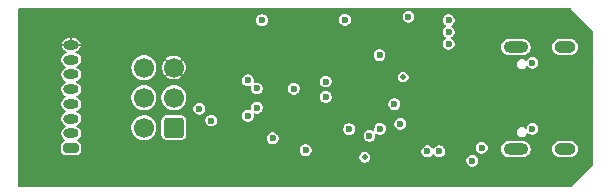
<source format=gbr>
%TF.GenerationSoftware,KiCad,Pcbnew,9.0.6*%
%TF.CreationDate,2025-12-28T22:43:58+01:00*%
%TF.ProjectId,Programmer_Board,50726f67-7261-46d6-9d65-725f426f6172,1.0*%
%TF.SameCoordinates,Original*%
%TF.FileFunction,Copper,L3,Inr*%
%TF.FilePolarity,Positive*%
%FSLAX46Y46*%
G04 Gerber Fmt 4.6, Leading zero omitted, Abs format (unit mm)*
G04 Created by KiCad (PCBNEW 9.0.6) date 2025-12-28 22:43:58*
%MOMM*%
%LPD*%
G01*
G04 APERTURE LIST*
G04 Aperture macros list*
%AMRoundRect*
0 Rectangle with rounded corners*
0 $1 Rounding radius*
0 $2 $3 $4 $5 $6 $7 $8 $9 X,Y pos of 4 corners*
0 Add a 4 corners polygon primitive as box body*
4,1,4,$2,$3,$4,$5,$6,$7,$8,$9,$2,$3,0*
0 Add four circle primitives for the rounded corners*
1,1,$1+$1,$2,$3*
1,1,$1+$1,$4,$5*
1,1,$1+$1,$6,$7*
1,1,$1+$1,$8,$9*
0 Add four rect primitives between the rounded corners*
20,1,$1+$1,$2,$3,$4,$5,0*
20,1,$1+$1,$4,$5,$6,$7,0*
20,1,$1+$1,$6,$7,$8,$9,0*
20,1,$1+$1,$8,$9,$2,$3,0*%
G04 Aperture macros list end*
%TA.AperFunction,ComponentPad*%
%ADD10C,0.700000*%
%TD*%
%TA.AperFunction,ComponentPad*%
%ADD11C,4.400000*%
%TD*%
%TA.AperFunction,ComponentPad*%
%ADD12RoundRect,0.250000X0.600000X0.600000X-0.600000X0.600000X-0.600000X-0.600000X0.600000X-0.600000X0*%
%TD*%
%TA.AperFunction,ComponentPad*%
%ADD13C,1.700000*%
%TD*%
%TA.AperFunction,HeatsinkPad*%
%ADD14O,2.100000X1.000000*%
%TD*%
%TA.AperFunction,HeatsinkPad*%
%ADD15O,1.800000X1.000000*%
%TD*%
%TA.AperFunction,ComponentPad*%
%ADD16RoundRect,0.200000X0.450000X-0.200000X0.450000X0.200000X-0.450000X0.200000X-0.450000X-0.200000X0*%
%TD*%
%TA.AperFunction,ComponentPad*%
%ADD17O,1.300000X0.800000*%
%TD*%
%TA.AperFunction,ViaPad*%
%ADD18C,0.600000*%
%TD*%
%TA.AperFunction,ViaPad*%
%ADD19C,0.500000*%
%TD*%
G04 APERTURE END LIST*
D10*
%TO.N,GND*%
%TO.C,H101*%
X145350000Y-99140000D03*
X145833274Y-97973274D03*
X145833274Y-100306726D03*
X147000000Y-97490000D03*
D11*
X147000000Y-99140000D03*
D10*
X147000000Y-100790000D03*
X148166726Y-97973274D03*
X148166726Y-100306726D03*
X148650000Y-99140000D03*
%TD*%
D12*
%TO.N,VBUS*%
%TO.C,J101*%
X143040000Y-106400000D03*
D13*
%TO.N,/Programming/FLASH_MISO_NOESD*%
X140500000Y-106400000D03*
%TO.N,/Programming/FLASH_~{CS}_NOESD*%
X143040000Y-103860000D03*
%TO.N,/Programming/FLASH_MOSI_NOESD*%
X140500000Y-103860000D03*
%TO.N,GND*%
X143040000Y-101320000D03*
%TO.N,/Programming/FLASH_SCK_NOESD*%
X140500000Y-101320000D03*
%TD*%
D10*
%TO.N,GND*%
%TO.C,H102*%
X145350000Y-108640000D03*
X145833274Y-107473274D03*
X145833274Y-109806726D03*
X147000000Y-106990000D03*
D11*
X147000000Y-108640000D03*
D10*
X147000000Y-110290000D03*
X148166726Y-107473274D03*
X148166726Y-109806726D03*
X148650000Y-108640000D03*
%TD*%
D14*
%TO.N,unconnected-(J103-SHIELD-PadS1)_1*%
%TO.C,J103*%
X171985000Y-108210000D03*
D15*
%TO.N,unconnected-(J103-SHIELD-PadS1)*%
X176165000Y-108210000D03*
D14*
%TO.N,unconnected-(J103-SHIELD-PadS1)_2*%
X171985000Y-99570000D03*
D15*
%TO.N,unconnected-(J103-SHIELD-PadS1)_3*%
X176165000Y-99570000D03*
%TD*%
D16*
%TO.N,VBUS*%
%TO.C,J102*%
X134340000Y-108145000D03*
D17*
%TO.N,/Programming/FLASH_~{CS}_NOESD*%
X134340000Y-106895000D03*
%TO.N,/Programming/FLASH_MOSI_NOESD*%
X134340000Y-105645000D03*
%TO.N,/Programming/FLASH_MISO_NOESD*%
X134340000Y-104395000D03*
%TO.N,/Programming/FLASH_SCK_NOESD*%
X134340000Y-103145000D03*
%TO.N,/Programming/CD*%
X134340000Y-101895000D03*
%TO.N,/Programming/~{CR}*%
X134340000Y-100645000D03*
%TO.N,GND*%
X134340000Y-99395000D03*
%TD*%
D18*
%TO.N,VBUS*%
X173400000Y-100900000D03*
X173400000Y-106500000D03*
D19*
%TO.N,GND*%
X139700000Y-109100000D03*
D18*
X162200000Y-97700000D03*
X169700000Y-97000000D03*
D19*
X172700000Y-104400000D03*
D18*
X143900000Y-98800000D03*
X166300000Y-100300000D03*
D19*
X158820000Y-103610000D03*
D18*
X150360000Y-108490000D03*
D19*
X136700000Y-98400000D03*
D18*
X176100000Y-97600000D03*
X169200000Y-98300000D03*
X163300000Y-107900000D03*
D19*
X175300000Y-103000000D03*
X132400000Y-109000000D03*
X140600000Y-99700000D03*
X151400000Y-99900000D03*
X150000000Y-106700000D03*
X131900000Y-101400000D03*
X155220000Y-100860000D03*
X169420000Y-104720000D03*
X162420000Y-105360000D03*
X153100000Y-97100000D03*
X177200000Y-101700000D03*
X151400000Y-101900000D03*
X154860000Y-97040000D03*
X162420000Y-100850178D03*
D18*
X167400000Y-102800000D03*
D19*
X170400000Y-100400000D03*
D18*
X143900000Y-97800000D03*
D19*
X151400000Y-100900000D03*
X138000000Y-102000000D03*
X131200000Y-97000000D03*
X158570000Y-100010000D03*
X164300000Y-101700000D03*
X162420000Y-102860000D03*
X131000000Y-107100000D03*
X170800000Y-110600000D03*
X141400000Y-108700000D03*
X151400000Y-104300000D03*
X173100000Y-107300000D03*
X167420000Y-105920000D03*
X136800000Y-107200000D03*
X177400000Y-106100000D03*
X151400000Y-105300000D03*
X156318029Y-107245001D03*
D18*
X145430000Y-103890000D03*
D19*
X158820000Y-110070000D03*
D18*
X155275735Y-106075735D03*
D19*
X151400000Y-106300000D03*
D18*
%TO.N,+3V3*%
X169100000Y-108100000D03*
X160450000Y-100250000D03*
X154200000Y-108300000D03*
X157880000Y-106520000D03*
%TO.N,+3V3_VPHY*%
X151400000Y-107300000D03*
X162206530Y-106078979D03*
%TO.N,+3V3_VPLL*%
X153200000Y-103100000D03*
X155900000Y-102500000D03*
%TO.N,+1V8*%
X161700000Y-104400000D03*
X155900000Y-103800000D03*
D19*
X162456577Y-102104087D03*
D18*
%TO.N,/Programming/FLASH_~{CS}_NOESD*%
X146200000Y-105800000D03*
%TO.N,/Programming/FLASH_MOSI_NOESD*%
X145200000Y-104800000D03*
%TO.N,FLASH_SCK*%
X166300000Y-99300000D03*
X149300000Y-102400000D03*
%TO.N,FLASH_~{CS}*%
X162900000Y-97000000D03*
X149300000Y-105400000D03*
%TO.N,FLASH_MOSI*%
X166300000Y-98300000D03*
X150075002Y-104710000D03*
%TO.N,FLASH_MISO*%
X166300000Y-97300000D03*
X150075002Y-103080000D03*
%TO.N,~{CRESET}*%
X150500000Y-97300000D03*
X157527088Y-97264562D03*
%TO.N,/FTDI/EEDATA*%
X159600000Y-107100000D03*
X164500000Y-108400000D03*
%TO.N,Net-(U202-DO)*%
X165500000Y-108400000D03*
D19*
X159200000Y-108910000D03*
D18*
%TO.N,/FTDI/EECLK*%
X168300000Y-109200000D03*
X160500000Y-106500000D03*
%TD*%
%TA.AperFunction,Conductor*%
%TO.N,GND*%
G36*
X176702426Y-96332174D02*
G01*
X176702802Y-96332553D01*
X178543214Y-98200571D01*
X178564500Y-98252505D01*
X178564500Y-109525080D01*
X178542826Y-109577406D01*
X178542429Y-109577800D01*
X176704440Y-111388220D01*
X176652511Y-111409500D01*
X129924500Y-111409500D01*
X129872174Y-111387826D01*
X129850500Y-111335500D01*
X129850500Y-108850688D01*
X158749500Y-108850688D01*
X158749500Y-108969311D01*
X158780199Y-109083882D01*
X158780201Y-109083887D01*
X158839508Y-109186609D01*
X158839509Y-109186610D01*
X158839511Y-109186613D01*
X158923387Y-109270489D01*
X159026114Y-109329799D01*
X159026115Y-109329799D01*
X159026117Y-109329800D01*
X159083402Y-109345149D01*
X159140688Y-109360499D01*
X159140689Y-109360500D01*
X159140691Y-109360500D01*
X159259311Y-109360500D01*
X159259311Y-109360499D01*
X159373886Y-109329799D01*
X159476613Y-109270489D01*
X159560489Y-109186613D01*
X159590805Y-109134105D01*
X167799500Y-109134105D01*
X167799500Y-109265894D01*
X167833606Y-109393181D01*
X167833607Y-109393184D01*
X167833608Y-109393186D01*
X167899500Y-109507314D01*
X167992686Y-109600500D01*
X168106814Y-109666392D01*
X168234105Y-109700499D01*
X168234106Y-109700500D01*
X168234108Y-109700500D01*
X168365894Y-109700500D01*
X168365894Y-109700499D01*
X168493186Y-109666392D01*
X168607314Y-109600500D01*
X168700500Y-109507314D01*
X168766392Y-109393186D01*
X168800499Y-109265894D01*
X168800500Y-109265894D01*
X168800500Y-109134106D01*
X168800499Y-109134105D01*
X168766393Y-109006818D01*
X168766392Y-109006814D01*
X168700500Y-108892686D01*
X168607314Y-108799500D01*
X168549971Y-108766393D01*
X168493190Y-108733610D01*
X168493181Y-108733606D01*
X168365894Y-108699500D01*
X168365892Y-108699500D01*
X168234108Y-108699500D01*
X168234106Y-108699500D01*
X168106818Y-108733606D01*
X168106809Y-108733610D01*
X167992685Y-108799500D01*
X167899500Y-108892685D01*
X167833610Y-109006809D01*
X167833606Y-109006818D01*
X167799500Y-109134105D01*
X159590805Y-109134105D01*
X159614966Y-109092258D01*
X159614966Y-109092257D01*
X159619797Y-109083889D01*
X159619798Y-109083887D01*
X159619799Y-109083886D01*
X159650499Y-108969311D01*
X159650500Y-108969311D01*
X159650500Y-108850689D01*
X159650499Y-108850688D01*
X159619800Y-108736117D01*
X159619798Y-108736112D01*
X159560491Y-108633390D01*
X159560490Y-108633389D01*
X159560489Y-108633387D01*
X159476613Y-108549511D01*
X159476610Y-108549509D01*
X159476609Y-108549508D01*
X159373887Y-108490201D01*
X159373882Y-108490199D01*
X159259311Y-108459500D01*
X159259309Y-108459500D01*
X159140691Y-108459500D01*
X159140689Y-108459500D01*
X159026117Y-108490199D01*
X159026112Y-108490201D01*
X158923390Y-108549508D01*
X158839508Y-108633390D01*
X158780201Y-108736112D01*
X158780199Y-108736117D01*
X158749500Y-108850688D01*
X129850500Y-108850688D01*
X129850500Y-100565940D01*
X133489500Y-100565940D01*
X133489500Y-100724059D01*
X133530421Y-100876779D01*
X133530422Y-100876781D01*
X133530423Y-100876784D01*
X133609480Y-101013716D01*
X133721284Y-101125520D01*
X133793998Y-101167501D01*
X133860532Y-101205914D01*
X133895010Y-101250847D01*
X133887618Y-101307000D01*
X133860532Y-101334086D01*
X133721283Y-101414480D01*
X133609480Y-101526283D01*
X133530424Y-101663214D01*
X133530421Y-101663220D01*
X133489500Y-101815940D01*
X133489500Y-101974059D01*
X133530421Y-102126779D01*
X133530422Y-102126781D01*
X133530423Y-102126784D01*
X133609480Y-102263716D01*
X133721284Y-102375520D01*
X133858216Y-102454577D01*
X133860532Y-102455914D01*
X133895010Y-102500847D01*
X133887618Y-102557000D01*
X133860532Y-102584086D01*
X133721283Y-102664480D01*
X133609480Y-102776283D01*
X133530424Y-102913214D01*
X133530421Y-102913220D01*
X133489500Y-103065940D01*
X133489500Y-103224059D01*
X133530421Y-103376779D01*
X133530422Y-103376781D01*
X133530423Y-103376784D01*
X133609480Y-103513716D01*
X133721284Y-103625520D01*
X133830917Y-103688816D01*
X133860532Y-103705914D01*
X133895010Y-103750847D01*
X133887618Y-103807000D01*
X133860532Y-103834086D01*
X133721283Y-103914480D01*
X133609480Y-104026283D01*
X133530424Y-104163214D01*
X133530421Y-104163220D01*
X133489500Y-104315940D01*
X133489500Y-104474059D01*
X133530421Y-104626779D01*
X133530422Y-104626781D01*
X133530423Y-104626784D01*
X133609480Y-104763716D01*
X133721284Y-104875520D01*
X133824070Y-104934863D01*
X133860532Y-104955914D01*
X133895010Y-105000847D01*
X133887618Y-105057000D01*
X133860532Y-105084086D01*
X133721283Y-105164480D01*
X133609480Y-105276283D01*
X133530424Y-105413214D01*
X133530421Y-105413220D01*
X133489500Y-105565940D01*
X133489500Y-105724059D01*
X133530421Y-105876779D01*
X133530422Y-105876781D01*
X133530423Y-105876784D01*
X133609480Y-106013716D01*
X133721284Y-106125520D01*
X133858216Y-106204577D01*
X133860532Y-106205914D01*
X133895010Y-106250847D01*
X133887618Y-106307000D01*
X133860532Y-106334086D01*
X133721283Y-106414480D01*
X133609480Y-106526283D01*
X133530424Y-106663214D01*
X133530421Y-106663220D01*
X133489500Y-106815940D01*
X133489500Y-106974059D01*
X133530421Y-107126779D01*
X133530422Y-107126781D01*
X133530423Y-107126784D01*
X133609480Y-107263716D01*
X133721284Y-107375520D01*
X133799522Y-107420690D01*
X133834000Y-107465623D01*
X133826608Y-107521776D01*
X133781675Y-107556254D01*
X133774097Y-107557865D01*
X133764695Y-107559353D01*
X133764693Y-107559354D01*
X133651657Y-107616950D01*
X133561951Y-107706656D01*
X133504353Y-107819698D01*
X133489500Y-107913480D01*
X133489500Y-108376519D01*
X133504353Y-108470304D01*
X133504354Y-108470306D01*
X133553314Y-108566393D01*
X133561950Y-108583342D01*
X133651658Y-108673050D01*
X133764696Y-108730646D01*
X133858481Y-108745500D01*
X134821518Y-108745499D01*
X134821519Y-108745499D01*
X134915304Y-108730646D01*
X134915306Y-108730645D01*
X134961095Y-108707314D01*
X135028342Y-108673050D01*
X135118050Y-108583342D01*
X135175646Y-108470304D01*
X135190500Y-108376519D01*
X135190499Y-108234105D01*
X153699500Y-108234105D01*
X153699500Y-108365894D01*
X153733606Y-108493181D01*
X153733610Y-108493190D01*
X153766127Y-108549511D01*
X153799500Y-108607314D01*
X153892686Y-108700500D01*
X154006814Y-108766392D01*
X154134105Y-108800499D01*
X154134106Y-108800500D01*
X154134108Y-108800500D01*
X154265894Y-108800500D01*
X154265894Y-108800499D01*
X154393186Y-108766392D01*
X154507314Y-108700500D01*
X154600500Y-108607314D01*
X154666392Y-108493186D01*
X154700499Y-108365894D01*
X154700500Y-108365894D01*
X154700500Y-108334105D01*
X163999500Y-108334105D01*
X163999500Y-108465894D01*
X164033606Y-108593181D01*
X164033610Y-108593190D01*
X164056818Y-108633387D01*
X164099500Y-108707314D01*
X164192686Y-108800500D01*
X164306814Y-108866392D01*
X164434105Y-108900499D01*
X164434106Y-108900500D01*
X164434108Y-108900500D01*
X164565894Y-108900500D01*
X164565894Y-108900499D01*
X164693186Y-108866392D01*
X164807314Y-108800500D01*
X164900500Y-108707314D01*
X164935914Y-108645974D01*
X164980847Y-108611496D01*
X165037000Y-108618889D01*
X165064085Y-108645974D01*
X165099500Y-108707314D01*
X165192686Y-108800500D01*
X165306814Y-108866392D01*
X165434105Y-108900499D01*
X165434106Y-108900500D01*
X165434108Y-108900500D01*
X165565894Y-108900500D01*
X165565894Y-108900499D01*
X165693186Y-108866392D01*
X165807314Y-108800500D01*
X165900500Y-108707314D01*
X165966392Y-108593186D01*
X166000499Y-108465894D01*
X166000500Y-108465894D01*
X166000500Y-108334106D01*
X166000499Y-108334105D01*
X165985731Y-108278991D01*
X165966392Y-108206814D01*
X165900500Y-108092686D01*
X165841919Y-108034105D01*
X168599500Y-108034105D01*
X168599500Y-108165894D01*
X168633606Y-108293181D01*
X168633610Y-108293190D01*
X168657233Y-108334106D01*
X168699500Y-108407314D01*
X168792686Y-108500500D01*
X168906814Y-108566392D01*
X169034105Y-108600499D01*
X169034106Y-108600500D01*
X169034108Y-108600500D01*
X169165894Y-108600500D01*
X169165894Y-108600499D01*
X169293186Y-108566392D01*
X169407314Y-108500500D01*
X169500500Y-108407314D01*
X169566392Y-108293186D01*
X169600499Y-108165894D01*
X169600500Y-108165894D01*
X169600500Y-108141008D01*
X170734500Y-108141008D01*
X170734500Y-108278991D01*
X170761418Y-108414322D01*
X170761421Y-108414332D01*
X170814223Y-108541808D01*
X170830649Y-108566392D01*
X170890886Y-108656542D01*
X170988458Y-108754114D01*
X171103189Y-108830775D01*
X171103190Y-108830775D01*
X171103191Y-108830776D01*
X171189169Y-108866389D01*
X171230672Y-108883580D01*
X171366007Y-108910500D01*
X171366009Y-108910500D01*
X172603991Y-108910500D01*
X172603993Y-108910500D01*
X172739328Y-108883580D01*
X172866811Y-108830775D01*
X172981542Y-108754114D01*
X173079114Y-108656542D01*
X173155775Y-108541811D01*
X173208580Y-108414328D01*
X173235500Y-108278993D01*
X173235500Y-108141008D01*
X175064500Y-108141008D01*
X175064500Y-108278991D01*
X175091418Y-108414322D01*
X175091421Y-108414332D01*
X175144223Y-108541808D01*
X175160649Y-108566392D01*
X175220886Y-108656542D01*
X175318458Y-108754114D01*
X175433189Y-108830775D01*
X175433190Y-108830775D01*
X175433191Y-108830776D01*
X175519169Y-108866389D01*
X175560672Y-108883580D01*
X175696007Y-108910500D01*
X175696009Y-108910500D01*
X176633991Y-108910500D01*
X176633993Y-108910500D01*
X176769328Y-108883580D01*
X176896811Y-108830775D01*
X177011542Y-108754114D01*
X177109114Y-108656542D01*
X177185775Y-108541811D01*
X177238580Y-108414328D01*
X177265500Y-108278993D01*
X177265500Y-108141007D01*
X177238580Y-108005672D01*
X177238578Y-108005667D01*
X177185776Y-107878191D01*
X177155985Y-107833606D01*
X177109114Y-107763458D01*
X177011542Y-107665886D01*
X176896811Y-107589225D01*
X176896810Y-107589224D01*
X176896808Y-107589223D01*
X176769332Y-107536421D01*
X176769322Y-107536418D01*
X176678694Y-107518391D01*
X176633993Y-107509500D01*
X175696007Y-107509500D01*
X175657642Y-107517131D01*
X175560677Y-107536418D01*
X175560667Y-107536421D01*
X175433191Y-107589223D01*
X175318461Y-107665883D01*
X175220883Y-107763461D01*
X175144223Y-107878191D01*
X175091421Y-108005667D01*
X175091418Y-108005677D01*
X175064500Y-108141008D01*
X173235500Y-108141008D01*
X173235500Y-108141007D01*
X173208580Y-108005672D01*
X173208578Y-108005667D01*
X173155776Y-107878191D01*
X173125985Y-107833606D01*
X173079114Y-107763458D01*
X172981542Y-107665886D01*
X172866811Y-107589225D01*
X172866810Y-107589224D01*
X172866808Y-107589223D01*
X172739332Y-107536421D01*
X172739322Y-107536418D01*
X172648694Y-107518391D01*
X172603993Y-107509500D01*
X171366007Y-107509500D01*
X171327642Y-107517131D01*
X171230677Y-107536418D01*
X171230667Y-107536421D01*
X171103191Y-107589223D01*
X170988461Y-107665883D01*
X170890883Y-107763461D01*
X170814223Y-107878191D01*
X170761421Y-108005667D01*
X170761418Y-108005677D01*
X170734500Y-108141008D01*
X169600500Y-108141008D01*
X169600500Y-108034106D01*
X169600499Y-108034105D01*
X169566393Y-107906818D01*
X169566392Y-107906814D01*
X169500500Y-107792686D01*
X169407314Y-107699500D01*
X169349088Y-107665883D01*
X169293190Y-107633610D01*
X169293181Y-107633606D01*
X169165894Y-107599500D01*
X169165892Y-107599500D01*
X169034108Y-107599500D01*
X169034106Y-107599500D01*
X168906818Y-107633606D01*
X168906809Y-107633610D01*
X168792685Y-107699500D01*
X168699500Y-107792685D01*
X168633610Y-107906809D01*
X168633606Y-107906818D01*
X168599500Y-108034105D01*
X165841919Y-108034105D01*
X165807314Y-107999500D01*
X165795510Y-107992685D01*
X165693190Y-107933610D01*
X165693181Y-107933606D01*
X165565894Y-107899500D01*
X165565892Y-107899500D01*
X165434108Y-107899500D01*
X165434106Y-107899500D01*
X165306818Y-107933606D01*
X165306809Y-107933610D01*
X165192685Y-107999500D01*
X165099500Y-108092685D01*
X165064086Y-108154024D01*
X165019152Y-108188503D01*
X164963000Y-108181110D01*
X164935914Y-108154024D01*
X164900499Y-108092685D01*
X164807314Y-107999500D01*
X164693190Y-107933610D01*
X164693181Y-107933606D01*
X164565894Y-107899500D01*
X164565892Y-107899500D01*
X164434108Y-107899500D01*
X164434106Y-107899500D01*
X164306818Y-107933606D01*
X164306809Y-107933610D01*
X164192685Y-107999500D01*
X164099500Y-108092685D01*
X164033610Y-108206809D01*
X164033606Y-108206818D01*
X163999500Y-108334105D01*
X154700500Y-108334105D01*
X154700500Y-108234106D01*
X154700499Y-108234105D01*
X154693186Y-108206814D01*
X154666392Y-108106814D01*
X154600500Y-107992686D01*
X154507314Y-107899500D01*
X154470406Y-107878191D01*
X154393190Y-107833610D01*
X154393181Y-107833606D01*
X154265894Y-107799500D01*
X154265892Y-107799500D01*
X154134108Y-107799500D01*
X154134106Y-107799500D01*
X154006818Y-107833606D01*
X154006809Y-107833610D01*
X153892685Y-107899500D01*
X153799500Y-107992685D01*
X153733610Y-108106809D01*
X153733606Y-108106818D01*
X153699500Y-108234105D01*
X135190499Y-108234105D01*
X135190499Y-108141008D01*
X135190499Y-107913480D01*
X135175646Y-107819695D01*
X135175645Y-107819693D01*
X135118049Y-107706657D01*
X135028343Y-107616951D01*
X135028342Y-107616950D01*
X134915304Y-107559354D01*
X134915300Y-107559353D01*
X134915298Y-107559352D01*
X134915299Y-107559352D01*
X134905898Y-107557863D01*
X134857608Y-107528268D01*
X134844390Y-107473195D01*
X134873985Y-107424905D01*
X134880468Y-107420695D01*
X134958716Y-107375520D01*
X135070520Y-107263716D01*
X135149577Y-107126784D01*
X135190499Y-106974059D01*
X135190500Y-106974059D01*
X135190500Y-106815941D01*
X135190499Y-106815940D01*
X135161151Y-106706413D01*
X135149577Y-106663216D01*
X135070520Y-106526284D01*
X134958716Y-106414480D01*
X134859132Y-106356985D01*
X134819468Y-106334086D01*
X134790654Y-106296535D01*
X139449500Y-106296535D01*
X139449500Y-106503464D01*
X139489868Y-106706413D01*
X139489870Y-106706420D01*
X139569059Y-106897598D01*
X139673735Y-107054259D01*
X139684023Y-107069655D01*
X139830345Y-107215977D01*
X140002402Y-107330941D01*
X140193580Y-107410130D01*
X140396535Y-107450500D01*
X140396536Y-107450500D01*
X140603464Y-107450500D01*
X140603465Y-107450500D01*
X140806420Y-107410130D01*
X140997598Y-107330941D01*
X141169655Y-107215977D01*
X141315977Y-107069655D01*
X141430941Y-106897598D01*
X141510130Y-106706420D01*
X141550500Y-106503465D01*
X141550500Y-106296535D01*
X141510130Y-106093580D01*
X141430941Y-105902402D01*
X141343585Y-105771664D01*
X141326259Y-105745734D01*
X141989500Y-105745734D01*
X141989500Y-107054266D01*
X141992354Y-107084699D01*
X141992354Y-107084701D01*
X141992355Y-107084704D01*
X142037206Y-107212881D01*
X142037207Y-107212883D01*
X142117846Y-107322146D01*
X142117853Y-107322153D01*
X142227116Y-107402792D01*
X142227118Y-107402793D01*
X142355295Y-107447644D01*
X142355301Y-107447646D01*
X142385734Y-107450500D01*
X142385741Y-107450500D01*
X143694258Y-107450500D01*
X143694266Y-107450500D01*
X143724699Y-107447646D01*
X143852882Y-107402793D01*
X143962150Y-107322150D01*
X144027130Y-107234105D01*
X150899500Y-107234105D01*
X150899500Y-107365894D01*
X150933606Y-107493181D01*
X150933610Y-107493190D01*
X150971809Y-107559352D01*
X150999500Y-107607314D01*
X151092686Y-107700500D01*
X151206814Y-107766392D01*
X151334105Y-107800499D01*
X151334106Y-107800500D01*
X151334108Y-107800500D01*
X151465894Y-107800500D01*
X151465894Y-107800499D01*
X151593186Y-107766392D01*
X151707314Y-107700500D01*
X151800500Y-107607314D01*
X151866392Y-107493186D01*
X151900499Y-107365894D01*
X151900500Y-107365894D01*
X151900500Y-107234106D01*
X151900499Y-107234105D01*
X151895641Y-107215976D01*
X151866392Y-107106814D01*
X151824413Y-107034105D01*
X159099500Y-107034105D01*
X159099500Y-107165894D01*
X159133606Y-107293181D01*
X159133607Y-107293184D01*
X159133608Y-107293186D01*
X159199500Y-107407314D01*
X159292686Y-107500500D01*
X159406814Y-107566392D01*
X159534105Y-107600499D01*
X159534106Y-107600500D01*
X159534108Y-107600500D01*
X159665894Y-107600500D01*
X159665894Y-107600499D01*
X159793186Y-107566392D01*
X159907314Y-107500500D01*
X160000500Y-107407314D01*
X160066392Y-107293186D01*
X160100499Y-107165894D01*
X160100500Y-107165894D01*
X160100500Y-107034106D01*
X160091495Y-107000500D01*
X160087515Y-106985647D01*
X160094907Y-106929496D01*
X160139839Y-106895017D01*
X160195992Y-106902409D01*
X160306814Y-106966392D01*
X160434105Y-107000499D01*
X160434106Y-107000500D01*
X160434108Y-107000500D01*
X160565894Y-107000500D01*
X160565894Y-107000499D01*
X160693186Y-106966392D01*
X160807314Y-106900500D01*
X160900500Y-106807314D01*
X160948614Y-106723979D01*
X172059500Y-106723979D01*
X172059500Y-106836020D01*
X172088495Y-106944232D01*
X172088499Y-106944241D01*
X172105715Y-106974059D01*
X172144515Y-107041263D01*
X172223737Y-107120485D01*
X172320763Y-107176503D01*
X172428979Y-107205499D01*
X172428980Y-107205500D01*
X172428982Y-107205500D01*
X172541020Y-107205500D01*
X172541020Y-107205499D01*
X172649237Y-107176503D01*
X172746263Y-107120485D01*
X172825485Y-107041263D01*
X172881503Y-106944237D01*
X172893222Y-106900500D01*
X172902201Y-106866992D01*
X172936679Y-106822059D01*
X172992832Y-106814667D01*
X173026005Y-106833819D01*
X173092686Y-106900500D01*
X173206814Y-106966392D01*
X173334105Y-107000499D01*
X173334106Y-107000500D01*
X173334108Y-107000500D01*
X173465894Y-107000500D01*
X173465894Y-107000499D01*
X173593186Y-106966392D01*
X173707314Y-106900500D01*
X173800500Y-106807314D01*
X173866392Y-106693186D01*
X173900499Y-106565894D01*
X173900500Y-106565894D01*
X173900500Y-106434106D01*
X173900499Y-106434105D01*
X173866393Y-106306818D01*
X173866392Y-106306814D01*
X173800500Y-106192686D01*
X173707314Y-106099500D01*
X173660242Y-106072323D01*
X173593190Y-106033610D01*
X173593181Y-106033606D01*
X173465894Y-105999500D01*
X173465892Y-105999500D01*
X173334108Y-105999500D01*
X173334106Y-105999500D01*
X173206818Y-106033606D01*
X173206809Y-106033610D01*
X173092685Y-106099500D01*
X172999500Y-106192685D01*
X172933610Y-106306809D01*
X172933606Y-106306818D01*
X172899147Y-106435422D01*
X172864669Y-106480355D01*
X172808516Y-106487747D01*
X172775343Y-106468595D01*
X172746263Y-106439515D01*
X172649241Y-106383499D01*
X172649232Y-106383495D01*
X172541020Y-106354500D01*
X172541018Y-106354500D01*
X172428982Y-106354500D01*
X172428980Y-106354500D01*
X172320767Y-106383495D01*
X172320758Y-106383499D01*
X172223736Y-106439515D01*
X172144515Y-106518736D01*
X172088499Y-106615758D01*
X172088495Y-106615767D01*
X172059500Y-106723979D01*
X160948614Y-106723979D01*
X160966392Y-106693186D01*
X161000499Y-106565894D01*
X161000500Y-106565894D01*
X161000500Y-106434106D01*
X161000499Y-106434105D01*
X160966393Y-106306818D01*
X160966392Y-106306814D01*
X160900500Y-106192686D01*
X160807314Y-106099500D01*
X160743696Y-106062770D01*
X160693190Y-106033610D01*
X160693181Y-106033606D01*
X160616591Y-106013084D01*
X161706030Y-106013084D01*
X161706030Y-106144873D01*
X161740136Y-106272160D01*
X161740140Y-106272169D01*
X161804415Y-106383495D01*
X161806030Y-106386293D01*
X161899216Y-106479479D01*
X162013344Y-106545371D01*
X162140635Y-106579478D01*
X162140636Y-106579479D01*
X162140638Y-106579479D01*
X162272424Y-106579479D01*
X162272424Y-106579478D01*
X162399716Y-106545371D01*
X162513844Y-106479479D01*
X162607030Y-106386293D01*
X162672922Y-106272165D01*
X162707029Y-106144873D01*
X162707030Y-106144873D01*
X162707030Y-106013085D01*
X162707029Y-106013084D01*
X162701698Y-105993190D01*
X162672922Y-105885793D01*
X162607030Y-105771665D01*
X162513844Y-105678479D01*
X162399720Y-105612589D01*
X162399711Y-105612585D01*
X162272424Y-105578479D01*
X162272422Y-105578479D01*
X162140638Y-105578479D01*
X162140636Y-105578479D01*
X162013348Y-105612585D01*
X162013339Y-105612589D01*
X161899215Y-105678479D01*
X161806030Y-105771664D01*
X161740140Y-105885788D01*
X161740136Y-105885797D01*
X161706030Y-106013084D01*
X160616591Y-106013084D01*
X160565894Y-105999500D01*
X160565892Y-105999500D01*
X160434108Y-105999500D01*
X160434106Y-105999500D01*
X160306818Y-106033606D01*
X160306809Y-106033610D01*
X160192685Y-106099500D01*
X160099500Y-106192685D01*
X160033610Y-106306809D01*
X160033606Y-106306818D01*
X159999500Y-106434105D01*
X159999500Y-106565894D01*
X160012484Y-106614351D01*
X160005092Y-106670504D01*
X159960159Y-106704982D01*
X159904006Y-106697590D01*
X159793190Y-106633610D01*
X159793181Y-106633606D01*
X159665894Y-106599500D01*
X159665892Y-106599500D01*
X159534108Y-106599500D01*
X159534106Y-106599500D01*
X159406818Y-106633606D01*
X159406809Y-106633610D01*
X159292685Y-106699500D01*
X159199500Y-106792685D01*
X159133610Y-106906809D01*
X159133606Y-106906818D01*
X159099500Y-107034105D01*
X151824413Y-107034105D01*
X151800500Y-106992686D01*
X151707314Y-106899500D01*
X151597364Y-106836020D01*
X151593190Y-106833610D01*
X151593181Y-106833606D01*
X151465894Y-106799500D01*
X151465892Y-106799500D01*
X151334108Y-106799500D01*
X151334106Y-106799500D01*
X151206818Y-106833606D01*
X151206809Y-106833610D01*
X151092685Y-106899500D01*
X150999500Y-106992685D01*
X150933610Y-107106809D01*
X150933606Y-107106818D01*
X150899500Y-107234105D01*
X144027130Y-107234105D01*
X144042793Y-107212882D01*
X144045376Y-107205500D01*
X144045616Y-107204815D01*
X144045617Y-107204813D01*
X144087644Y-107084704D01*
X144087643Y-107084704D01*
X144087646Y-107084699D01*
X144090500Y-107054266D01*
X144090500Y-106454105D01*
X157379500Y-106454105D01*
X157379500Y-106585894D01*
X157413606Y-106713181D01*
X157413610Y-106713190D01*
X157467953Y-106807314D01*
X157479500Y-106827314D01*
X157572686Y-106920500D01*
X157686814Y-106986392D01*
X157814105Y-107020499D01*
X157814106Y-107020500D01*
X157814108Y-107020500D01*
X157945894Y-107020500D01*
X157945894Y-107020499D01*
X158073186Y-106986392D01*
X158187314Y-106920500D01*
X158280500Y-106827314D01*
X158346392Y-106713186D01*
X158380499Y-106585894D01*
X158380500Y-106585894D01*
X158380500Y-106454106D01*
X158380499Y-106454105D01*
X158375140Y-106434106D01*
X158346392Y-106326814D01*
X158280500Y-106212686D01*
X158187314Y-106119500D01*
X158142430Y-106093586D01*
X158073190Y-106053610D01*
X158073181Y-106053606D01*
X157945894Y-106019500D01*
X157945892Y-106019500D01*
X157814108Y-106019500D01*
X157814106Y-106019500D01*
X157686818Y-106053606D01*
X157686809Y-106053610D01*
X157572685Y-106119500D01*
X157479500Y-106212685D01*
X157413610Y-106326809D01*
X157413606Y-106326818D01*
X157379500Y-106454105D01*
X144090500Y-106454105D01*
X144090500Y-105745734D01*
X144089409Y-105734105D01*
X145699500Y-105734105D01*
X145699500Y-105865894D01*
X145733606Y-105993181D01*
X145733610Y-105993190D01*
X145768493Y-106053608D01*
X145799500Y-106107314D01*
X145892686Y-106200500D01*
X146006814Y-106266392D01*
X146134105Y-106300499D01*
X146134106Y-106300500D01*
X146134108Y-106300500D01*
X146265894Y-106300500D01*
X146265894Y-106300499D01*
X146393186Y-106266392D01*
X146507314Y-106200500D01*
X146600500Y-106107314D01*
X146666392Y-105993186D01*
X146700499Y-105865894D01*
X146700500Y-105865894D01*
X146700500Y-105734106D01*
X146700499Y-105734105D01*
X146693320Y-105707314D01*
X146666392Y-105606814D01*
X146600500Y-105492686D01*
X146507314Y-105399500D01*
X146507313Y-105399499D01*
X146496652Y-105393344D01*
X146420712Y-105349500D01*
X146394047Y-105334105D01*
X148799500Y-105334105D01*
X148799500Y-105465894D01*
X148833606Y-105593181D01*
X148833607Y-105593184D01*
X148833608Y-105593186D01*
X148899500Y-105707314D01*
X148992686Y-105800500D01*
X149106814Y-105866392D01*
X149234105Y-105900499D01*
X149234106Y-105900500D01*
X149234108Y-105900500D01*
X149365894Y-105900500D01*
X149365894Y-105900499D01*
X149493186Y-105866392D01*
X149607314Y-105800500D01*
X149700500Y-105707314D01*
X149766392Y-105593186D01*
X149800499Y-105465894D01*
X149800500Y-105465894D01*
X149800500Y-105334106D01*
X149800499Y-105334105D01*
X149781650Y-105263758D01*
X149789042Y-105207607D01*
X149833975Y-105173128D01*
X149876916Y-105175940D01*
X149877132Y-105175137D01*
X149881170Y-105176219D01*
X149881442Y-105176237D01*
X149881813Y-105176390D01*
X149881816Y-105176392D01*
X150009107Y-105210499D01*
X150009108Y-105210500D01*
X150009110Y-105210500D01*
X150140896Y-105210500D01*
X150140896Y-105210499D01*
X150268188Y-105176392D01*
X150382316Y-105110500D01*
X150475502Y-105017314D01*
X150541394Y-104903186D01*
X150575501Y-104775894D01*
X150575502Y-104775894D01*
X150575502Y-104644106D01*
X150575501Y-104644105D01*
X150561857Y-104593186D01*
X150541394Y-104516814D01*
X150475502Y-104402686D01*
X150406921Y-104334105D01*
X161199500Y-104334105D01*
X161199500Y-104465894D01*
X161233606Y-104593181D01*
X161233610Y-104593190D01*
X161299500Y-104707314D01*
X161392686Y-104800500D01*
X161506814Y-104866392D01*
X161634105Y-104900499D01*
X161634106Y-104900500D01*
X161634108Y-104900500D01*
X161765894Y-104900500D01*
X161765894Y-104900499D01*
X161893186Y-104866392D01*
X162007314Y-104800500D01*
X162100500Y-104707314D01*
X162166392Y-104593186D01*
X162200499Y-104465894D01*
X162200500Y-104465894D01*
X162200500Y-104334106D01*
X162200499Y-104334105D01*
X162200366Y-104333610D01*
X162166392Y-104206814D01*
X162100500Y-104092686D01*
X162007314Y-103999500D01*
X161944898Y-103963464D01*
X161893190Y-103933610D01*
X161893181Y-103933606D01*
X161765894Y-103899500D01*
X161765892Y-103899500D01*
X161634108Y-103899500D01*
X161634106Y-103899500D01*
X161506818Y-103933606D01*
X161506809Y-103933610D01*
X161392685Y-103999500D01*
X161299500Y-104092685D01*
X161233610Y-104206809D01*
X161233606Y-104206818D01*
X161199500Y-104334105D01*
X150406921Y-104334105D01*
X150382316Y-104309500D01*
X150305538Y-104265172D01*
X150268192Y-104243610D01*
X150268183Y-104243606D01*
X150140896Y-104209500D01*
X150140894Y-104209500D01*
X150009110Y-104209500D01*
X150009108Y-104209500D01*
X149881820Y-104243606D01*
X149881811Y-104243610D01*
X149767687Y-104309500D01*
X149674502Y-104402685D01*
X149608612Y-104516809D01*
X149608608Y-104516818D01*
X149574502Y-104644105D01*
X149574502Y-104644108D01*
X149574502Y-104775892D01*
X149581096Y-104800500D01*
X149593352Y-104846240D01*
X149585959Y-104902393D01*
X149541026Y-104936872D01*
X149498084Y-104934060D01*
X149497870Y-104934863D01*
X149493838Y-104933782D01*
X149493566Y-104933765D01*
X149493187Y-104933608D01*
X149365894Y-104899500D01*
X149365892Y-104899500D01*
X149234108Y-104899500D01*
X149234106Y-104899500D01*
X149106818Y-104933606D01*
X149106809Y-104933610D01*
X148992685Y-104999500D01*
X148899500Y-105092685D01*
X148833610Y-105206809D01*
X148833606Y-105206818D01*
X148799500Y-105334105D01*
X146394047Y-105334105D01*
X146393190Y-105333610D01*
X146393181Y-105333606D01*
X146265894Y-105299500D01*
X146265892Y-105299500D01*
X146134108Y-105299500D01*
X146134106Y-105299500D01*
X146006818Y-105333606D01*
X146006809Y-105333610D01*
X145892685Y-105399500D01*
X145799500Y-105492685D01*
X145733610Y-105606809D01*
X145733606Y-105606818D01*
X145699500Y-105734105D01*
X144089409Y-105734105D01*
X144087646Y-105715301D01*
X144074761Y-105678479D01*
X144042793Y-105587118D01*
X144042792Y-105587116D01*
X143962153Y-105477853D01*
X143962146Y-105477846D01*
X143852883Y-105397207D01*
X143852881Y-105397206D01*
X143724704Y-105352355D01*
X143724705Y-105352355D01*
X143724700Y-105352354D01*
X143724699Y-105352354D01*
X143694266Y-105349500D01*
X142385734Y-105349500D01*
X142355301Y-105352354D01*
X142355299Y-105352354D01*
X142355295Y-105352355D01*
X142227118Y-105397206D01*
X142227116Y-105397207D01*
X142117853Y-105477846D01*
X142117846Y-105477853D01*
X142037207Y-105587116D01*
X142037206Y-105587118D01*
X141992355Y-105715295D01*
X141992354Y-105715299D01*
X141992354Y-105715301D01*
X141989500Y-105745734D01*
X141326259Y-105745734D01*
X141315977Y-105730345D01*
X141169654Y-105584022D01*
X140997598Y-105469059D01*
X140806420Y-105389870D01*
X140806413Y-105389868D01*
X140653516Y-105359455D01*
X140603465Y-105349500D01*
X140396535Y-105349500D01*
X140382182Y-105352355D01*
X140193586Y-105389868D01*
X140193579Y-105389870D01*
X140002401Y-105469059D01*
X139830345Y-105584022D01*
X139830344Y-105584024D01*
X139684024Y-105730344D01*
X139684022Y-105730345D01*
X139569059Y-105902401D01*
X139489870Y-106093579D01*
X139489868Y-106093586D01*
X139449500Y-106296535D01*
X134790654Y-106296535D01*
X134784989Y-106289153D01*
X134792381Y-106233001D01*
X134819467Y-106205914D01*
X134821781Y-106204577D01*
X134821784Y-106204577D01*
X134958716Y-106125520D01*
X135070520Y-106013716D01*
X135149577Y-105876784D01*
X135190499Y-105724059D01*
X135190500Y-105724059D01*
X135190500Y-105565941D01*
X135190499Y-105565940D01*
X135170870Y-105492685D01*
X135149577Y-105413216D01*
X135070520Y-105276284D01*
X134958716Y-105164480D01*
X134821784Y-105085423D01*
X134821781Y-105085422D01*
X134819467Y-105084086D01*
X134784989Y-105039153D01*
X134792381Y-104983000D01*
X134819467Y-104955914D01*
X134821781Y-104954577D01*
X134821784Y-104954577D01*
X134958716Y-104875520D01*
X135070520Y-104763716D01*
X135149577Y-104626784D01*
X135190499Y-104474059D01*
X135190500Y-104474059D01*
X135190500Y-104315941D01*
X135190499Y-104315940D01*
X135188773Y-104309500D01*
X135149577Y-104163216D01*
X135070520Y-104026284D01*
X134958716Y-103914480D01*
X134821784Y-103835423D01*
X134821781Y-103835422D01*
X134819467Y-103834086D01*
X134807706Y-103818759D01*
X134792381Y-103806999D01*
X134791076Y-103797085D01*
X134784989Y-103789153D01*
X134787510Y-103769999D01*
X134785738Y-103756535D01*
X139449500Y-103756535D01*
X139449500Y-103963464D01*
X139489868Y-104166413D01*
X139489870Y-104166420D01*
X139569059Y-104357598D01*
X139675445Y-104516818D01*
X139684023Y-104529655D01*
X139830345Y-104675977D01*
X140002402Y-104790941D01*
X140193580Y-104870130D01*
X140396535Y-104910500D01*
X140396536Y-104910500D01*
X140603464Y-104910500D01*
X140603465Y-104910500D01*
X140806420Y-104870130D01*
X140997598Y-104790941D01*
X141169655Y-104675977D01*
X141315977Y-104529655D01*
X141430941Y-104357598D01*
X141510130Y-104166420D01*
X141550500Y-103963465D01*
X141550500Y-103756535D01*
X141989500Y-103756535D01*
X141989500Y-103963464D01*
X142029868Y-104166413D01*
X142029870Y-104166420D01*
X142109059Y-104357598D01*
X142215445Y-104516818D01*
X142224023Y-104529655D01*
X142370345Y-104675977D01*
X142542402Y-104790941D01*
X142733580Y-104870130D01*
X142936535Y-104910500D01*
X142936536Y-104910500D01*
X143143464Y-104910500D01*
X143143465Y-104910500D01*
X143346420Y-104870130D01*
X143537598Y-104790941D01*
X143622660Y-104734105D01*
X144699500Y-104734105D01*
X144699500Y-104865894D01*
X144733606Y-104993181D01*
X144733607Y-104993184D01*
X144733608Y-104993186D01*
X144799500Y-105107314D01*
X144892686Y-105200500D01*
X145006814Y-105266392D01*
X145134105Y-105300499D01*
X145134106Y-105300500D01*
X145134108Y-105300500D01*
X145265894Y-105300500D01*
X145265894Y-105300499D01*
X145393186Y-105266392D01*
X145507314Y-105200500D01*
X145600500Y-105107314D01*
X145666392Y-104993186D01*
X145700499Y-104865894D01*
X145700500Y-104865894D01*
X145700500Y-104734106D01*
X145700499Y-104734105D01*
X145693320Y-104707314D01*
X145666392Y-104606814D01*
X145600500Y-104492686D01*
X145507314Y-104399500D01*
X145434738Y-104357598D01*
X145393190Y-104333610D01*
X145393181Y-104333606D01*
X145265894Y-104299500D01*
X145265892Y-104299500D01*
X145134108Y-104299500D01*
X145134106Y-104299500D01*
X145006818Y-104333606D01*
X145006809Y-104333610D01*
X144892685Y-104399500D01*
X144799500Y-104492685D01*
X144733610Y-104606809D01*
X144733606Y-104606818D01*
X144699500Y-104734105D01*
X143622660Y-104734105D01*
X143709655Y-104675977D01*
X143855977Y-104529655D01*
X143970941Y-104357598D01*
X144050130Y-104166420D01*
X144090500Y-103963465D01*
X144090500Y-103756535D01*
X144089369Y-103750847D01*
X144087946Y-103743693D01*
X144086039Y-103734105D01*
X155399500Y-103734105D01*
X155399500Y-103865894D01*
X155433606Y-103993181D01*
X155433610Y-103993190D01*
X155452717Y-104026284D01*
X155499500Y-104107314D01*
X155592686Y-104200500D01*
X155706814Y-104266392D01*
X155834105Y-104300499D01*
X155834106Y-104300500D01*
X155834108Y-104300500D01*
X155965894Y-104300500D01*
X155965894Y-104300499D01*
X156093186Y-104266392D01*
X156094775Y-104265474D01*
X156095298Y-104265173D01*
X156095299Y-104265172D01*
X156132645Y-104243610D01*
X156207314Y-104200500D01*
X156300500Y-104107314D01*
X156366392Y-103993186D01*
X156400499Y-103865894D01*
X156400500Y-103865894D01*
X156400500Y-103734106D01*
X156400499Y-103734105D01*
X156392945Y-103705914D01*
X156366392Y-103606814D01*
X156300500Y-103492686D01*
X156207314Y-103399500D01*
X156143057Y-103362401D01*
X156093190Y-103333610D01*
X156093181Y-103333606D01*
X155965894Y-103299500D01*
X155965892Y-103299500D01*
X155834108Y-103299500D01*
X155834106Y-103299500D01*
X155706818Y-103333606D01*
X155706809Y-103333610D01*
X155592685Y-103399500D01*
X155499500Y-103492685D01*
X155433610Y-103606809D01*
X155433606Y-103606818D01*
X155399500Y-103734105D01*
X144086039Y-103734105D01*
X144050131Y-103553585D01*
X144050130Y-103553584D01*
X144050130Y-103553580D01*
X143970941Y-103362402D01*
X143855977Y-103190345D01*
X143709655Y-103044023D01*
X143694816Y-103034108D01*
X143537598Y-102929059D01*
X143346420Y-102849870D01*
X143346413Y-102849868D01*
X143193516Y-102819455D01*
X143143465Y-102809500D01*
X142936535Y-102809500D01*
X142896385Y-102817486D01*
X142733586Y-102849868D01*
X142733579Y-102849870D01*
X142542401Y-102929059D01*
X142370345Y-103044022D01*
X142370344Y-103044024D01*
X142224024Y-103190344D01*
X142224022Y-103190345D01*
X142109059Y-103362401D01*
X142029870Y-103553579D01*
X142029868Y-103553586D01*
X141989500Y-103756535D01*
X141550500Y-103756535D01*
X141510130Y-103553580D01*
X141430941Y-103362402D01*
X141315977Y-103190345D01*
X141169655Y-103044023D01*
X141154816Y-103034108D01*
X140997598Y-102929059D01*
X140806420Y-102849870D01*
X140806413Y-102849868D01*
X140653516Y-102819455D01*
X140603465Y-102809500D01*
X140396535Y-102809500D01*
X140356385Y-102817486D01*
X140193586Y-102849868D01*
X140193579Y-102849870D01*
X140002401Y-102929059D01*
X139830345Y-103044022D01*
X139830344Y-103044024D01*
X139684024Y-103190344D01*
X139684022Y-103190345D01*
X139569059Y-103362401D01*
X139489870Y-103553579D01*
X139489868Y-103553586D01*
X139449500Y-103756535D01*
X134785738Y-103756535D01*
X134784989Y-103750846D01*
X134791075Y-103742913D01*
X134792381Y-103733000D01*
X134819468Y-103705914D01*
X134821784Y-103704577D01*
X134958716Y-103625520D01*
X135070520Y-103513716D01*
X135149577Y-103376784D01*
X135190499Y-103224059D01*
X135190500Y-103224059D01*
X135190500Y-103065941D01*
X135190499Y-103065940D01*
X135184626Y-103044023D01*
X135149577Y-102913216D01*
X135070520Y-102776284D01*
X134958716Y-102664480D01*
X134821784Y-102585423D01*
X134821781Y-102585422D01*
X134819467Y-102584086D01*
X134784989Y-102539153D01*
X134792381Y-102483000D01*
X134819467Y-102455914D01*
X134821781Y-102454577D01*
X134821784Y-102454577D01*
X134958716Y-102375520D01*
X135070520Y-102263716D01*
X135149577Y-102126784D01*
X135190499Y-101974059D01*
X135190500Y-101974059D01*
X135190500Y-101815941D01*
X135190499Y-101815940D01*
X135149578Y-101663220D01*
X135149577Y-101663216D01*
X135070520Y-101526284D01*
X134958716Y-101414480D01*
X134821784Y-101335423D01*
X134821781Y-101335422D01*
X134819467Y-101334086D01*
X134807705Y-101318758D01*
X134792381Y-101306999D01*
X134791076Y-101297085D01*
X134784989Y-101289153D01*
X134787510Y-101269999D01*
X134784989Y-101250847D01*
X134791075Y-101242914D01*
X134792381Y-101233000D01*
X134808847Y-101216535D01*
X139449500Y-101216535D01*
X139449500Y-101423465D01*
X139459455Y-101473516D01*
X139489868Y-101626413D01*
X139489870Y-101626420D01*
X139569059Y-101817598D01*
X139673611Y-101974073D01*
X139684023Y-101989655D01*
X139830345Y-102135977D01*
X140002402Y-102250941D01*
X140193580Y-102330130D01*
X140396535Y-102370500D01*
X140396536Y-102370500D01*
X140603464Y-102370500D01*
X140603465Y-102370500D01*
X140786436Y-102334105D01*
X148799500Y-102334105D01*
X148799500Y-102465894D01*
X148833606Y-102593181D01*
X148833610Y-102593190D01*
X148891340Y-102693181D01*
X148899500Y-102707314D01*
X148992686Y-102800500D01*
X149106814Y-102866392D01*
X149234105Y-102900499D01*
X149234106Y-102900500D01*
X149234108Y-102900500D01*
X149365894Y-102900500D01*
X149365894Y-102900499D01*
X149489081Y-102867492D01*
X149497870Y-102865137D01*
X149498501Y-102867492D01*
X149547162Y-102867480D01*
X149587219Y-102907519D01*
X149590338Y-102955006D01*
X149574502Y-103014108D01*
X149574502Y-103145894D01*
X149608608Y-103273181D01*
X149608612Y-103273190D01*
X149643495Y-103333608D01*
X149674502Y-103387314D01*
X149767688Y-103480500D01*
X149881816Y-103546392D01*
X150009107Y-103580499D01*
X150009108Y-103580500D01*
X150009110Y-103580500D01*
X150140896Y-103580500D01*
X150140896Y-103580499D01*
X150268188Y-103546392D01*
X150382316Y-103480500D01*
X150475502Y-103387314D01*
X150541394Y-103273186D01*
X150575501Y-103145894D01*
X150575502Y-103145894D01*
X150575502Y-103034105D01*
X152699500Y-103034105D01*
X152699500Y-103165894D01*
X152733606Y-103293181D01*
X152733610Y-103293190D01*
X152781873Y-103376784D01*
X152799500Y-103407314D01*
X152892686Y-103500500D01*
X153006814Y-103566392D01*
X153134105Y-103600499D01*
X153134106Y-103600500D01*
X153134108Y-103600500D01*
X153265894Y-103600500D01*
X153265894Y-103600499D01*
X153393186Y-103566392D01*
X153507314Y-103500500D01*
X153600500Y-103407314D01*
X153666392Y-103293186D01*
X153700499Y-103165894D01*
X153700500Y-103165894D01*
X153700500Y-103034106D01*
X153700499Y-103034105D01*
X153695140Y-103014106D01*
X153666392Y-102906814D01*
X153600500Y-102792686D01*
X153507314Y-102699500D01*
X153446658Y-102664480D01*
X153393190Y-102633610D01*
X153393181Y-102633606D01*
X153265894Y-102599500D01*
X153265892Y-102599500D01*
X153134108Y-102599500D01*
X153134106Y-102599500D01*
X153006818Y-102633606D01*
X153006809Y-102633610D01*
X152892685Y-102699500D01*
X152799500Y-102792685D01*
X152733610Y-102906809D01*
X152733606Y-102906818D01*
X152699500Y-103034105D01*
X150575502Y-103034105D01*
X150575502Y-103014106D01*
X150575501Y-103014105D01*
X150571855Y-103000499D01*
X150541394Y-102886814D01*
X150475502Y-102772686D01*
X150382316Y-102679500D01*
X150356301Y-102664480D01*
X150268192Y-102613610D01*
X150268183Y-102613606D01*
X150140896Y-102579500D01*
X150140894Y-102579500D01*
X150009110Y-102579500D01*
X150009108Y-102579500D01*
X149877132Y-102614863D01*
X149876504Y-102612520D01*
X149864172Y-102612515D01*
X149844466Y-102617218D01*
X149836796Y-102612503D01*
X149827795Y-102612500D01*
X149813475Y-102598168D01*
X149796215Y-102587559D01*
X149794705Y-102579383D01*
X149787763Y-102572435D01*
X149783069Y-102532469D01*
X149783671Y-102528695D01*
X149800500Y-102465892D01*
X149800500Y-102434105D01*
X155399500Y-102434105D01*
X155399500Y-102565894D01*
X155433606Y-102693181D01*
X155433607Y-102693184D01*
X155433608Y-102693186D01*
X155499500Y-102807314D01*
X155592686Y-102900500D01*
X155706814Y-102966392D01*
X155834105Y-103000499D01*
X155834106Y-103000500D01*
X155834108Y-103000500D01*
X155965894Y-103000500D01*
X155965894Y-103000499D01*
X156093186Y-102966392D01*
X156207314Y-102900500D01*
X156300500Y-102807314D01*
X156366392Y-102693186D01*
X156400499Y-102565894D01*
X156400500Y-102565894D01*
X156400500Y-102434106D01*
X156400499Y-102434105D01*
X156386189Y-102380700D01*
X156366392Y-102306814D01*
X156300500Y-102192686D01*
X156207314Y-102099500D01*
X156112533Y-102044778D01*
X156112528Y-102044775D01*
X162006077Y-102044775D01*
X162006077Y-102163398D01*
X162036776Y-102277969D01*
X162036778Y-102277974D01*
X162096085Y-102380696D01*
X162096086Y-102380697D01*
X162096088Y-102380700D01*
X162179964Y-102464576D01*
X162179966Y-102464577D01*
X162179967Y-102464578D01*
X162282689Y-102523885D01*
X162282691Y-102523886D01*
X162282692Y-102523886D01*
X162282694Y-102523887D01*
X162314723Y-102532469D01*
X162397265Y-102554586D01*
X162397266Y-102554587D01*
X162397268Y-102554587D01*
X162515888Y-102554587D01*
X162515888Y-102554586D01*
X162630463Y-102523886D01*
X162733190Y-102464576D01*
X162817066Y-102380700D01*
X162876376Y-102277973D01*
X162907076Y-102163398D01*
X162907077Y-102163398D01*
X162907077Y-102044776D01*
X162907076Y-102044775D01*
X162904084Y-102033610D01*
X162883680Y-101957459D01*
X162876377Y-101930204D01*
X162876375Y-101930199D01*
X162817068Y-101827477D01*
X162817067Y-101827476D01*
X162817066Y-101827474D01*
X162733190Y-101743598D01*
X162733187Y-101743596D01*
X162733186Y-101743595D01*
X162630464Y-101684288D01*
X162630459Y-101684286D01*
X162515888Y-101653587D01*
X162515886Y-101653587D01*
X162397268Y-101653587D01*
X162397266Y-101653587D01*
X162282694Y-101684286D01*
X162282689Y-101684288D01*
X162179967Y-101743595D01*
X162096085Y-101827477D01*
X162036778Y-101930199D01*
X162036776Y-101930204D01*
X162006077Y-102044775D01*
X156112528Y-102044775D01*
X156093190Y-102033610D01*
X156093181Y-102033606D01*
X155965894Y-101999500D01*
X155965892Y-101999500D01*
X155834108Y-101999500D01*
X155834106Y-101999500D01*
X155706818Y-102033606D01*
X155706809Y-102033610D01*
X155592685Y-102099500D01*
X155499500Y-102192685D01*
X155433610Y-102306809D01*
X155433606Y-102306818D01*
X155399500Y-102434105D01*
X149800500Y-102434105D01*
X149800500Y-102334108D01*
X149800500Y-102334106D01*
X149800499Y-102334105D01*
X149793186Y-102306814D01*
X149766392Y-102206814D01*
X149700500Y-102092686D01*
X149607314Y-101999500D01*
X149534497Y-101957459D01*
X149493190Y-101933610D01*
X149493181Y-101933606D01*
X149365894Y-101899500D01*
X149365892Y-101899500D01*
X149234108Y-101899500D01*
X149234106Y-101899500D01*
X149106818Y-101933606D01*
X149106809Y-101933610D01*
X148992685Y-101999500D01*
X148899500Y-102092685D01*
X148833610Y-102206809D01*
X148833606Y-102206818D01*
X148799500Y-102334105D01*
X140786436Y-102334105D01*
X140806420Y-102330130D01*
X140997598Y-102250941D01*
X141169655Y-102135977D01*
X141315977Y-101989655D01*
X141430941Y-101817598D01*
X141510130Y-101626420D01*
X141550500Y-101423465D01*
X141550500Y-101221509D01*
X142040000Y-101221509D01*
X142040000Y-101418490D01*
X142078427Y-101611682D01*
X142078430Y-101611693D01*
X142153809Y-101793675D01*
X142263246Y-101957459D01*
X142279860Y-101974073D01*
X142635152Y-101618781D01*
X142639901Y-101627007D01*
X142732993Y-101720099D01*
X142741217Y-101724847D01*
X142385926Y-102080139D01*
X142402540Y-102096753D01*
X142566324Y-102206190D01*
X142748306Y-102281569D01*
X142748317Y-102281572D01*
X142941510Y-102320000D01*
X143138490Y-102320000D01*
X143331682Y-102281572D01*
X143331693Y-102281569D01*
X143381616Y-102260891D01*
X143513675Y-102206190D01*
X143677459Y-102096753D01*
X143694073Y-102080139D01*
X143338781Y-101724847D01*
X143347007Y-101720099D01*
X143440099Y-101627007D01*
X143444847Y-101618781D01*
X143800139Y-101974073D01*
X143816753Y-101957459D01*
X143926190Y-101793675D01*
X144001569Y-101611693D01*
X144001572Y-101611682D01*
X144040000Y-101418490D01*
X144040000Y-101221509D01*
X144001572Y-101028317D01*
X144001569Y-101028306D01*
X143976362Y-100967450D01*
X143966640Y-100943979D01*
X172059500Y-100943979D01*
X172059500Y-101056020D01*
X172088495Y-101164232D01*
X172088499Y-101164241D01*
X172118691Y-101216535D01*
X172144515Y-101261263D01*
X172223737Y-101340485D01*
X172320763Y-101396503D01*
X172428979Y-101425499D01*
X172428980Y-101425500D01*
X172428982Y-101425500D01*
X172541020Y-101425500D01*
X172541020Y-101425499D01*
X172649237Y-101396503D01*
X172746263Y-101340485D01*
X172825485Y-101261263D01*
X172863980Y-101194586D01*
X172908913Y-101160109D01*
X172965066Y-101167501D01*
X172992150Y-101194584D01*
X172999500Y-101207314D01*
X173092686Y-101300500D01*
X173206814Y-101366392D01*
X173334105Y-101400499D01*
X173334106Y-101400500D01*
X173334108Y-101400500D01*
X173465894Y-101400500D01*
X173465894Y-101400499D01*
X173593186Y-101366392D01*
X173707314Y-101300500D01*
X173800500Y-101207314D01*
X173866392Y-101093186D01*
X173900499Y-100965894D01*
X173900500Y-100965894D01*
X173900500Y-100834106D01*
X173900499Y-100834105D01*
X173878097Y-100750500D01*
X173866392Y-100706814D01*
X173800500Y-100592686D01*
X173707314Y-100499500D01*
X173593190Y-100433610D01*
X173593181Y-100433606D01*
X173465894Y-100399500D01*
X173465892Y-100399500D01*
X173334108Y-100399500D01*
X173334106Y-100399500D01*
X173206818Y-100433606D01*
X173206809Y-100433610D01*
X173092685Y-100499500D01*
X172999500Y-100592685D01*
X172931183Y-100711014D01*
X172928836Y-100709659D01*
X172894918Y-100743573D01*
X172838281Y-100743569D01*
X172814278Y-100727530D01*
X172746263Y-100659515D01*
X172649241Y-100603499D01*
X172649232Y-100603495D01*
X172541020Y-100574500D01*
X172541018Y-100574500D01*
X172428982Y-100574500D01*
X172428980Y-100574500D01*
X172320767Y-100603495D01*
X172320758Y-100603499D01*
X172223736Y-100659515D01*
X172144515Y-100738736D01*
X172088499Y-100835758D01*
X172088495Y-100835767D01*
X172059500Y-100943979D01*
X143966640Y-100943979D01*
X143926190Y-100846324D01*
X143816753Y-100682540D01*
X143800139Y-100665926D01*
X143444847Y-101021217D01*
X143440099Y-101012993D01*
X143347007Y-100919901D01*
X143338781Y-100915152D01*
X143694074Y-100559860D01*
X143677461Y-100543248D01*
X143677459Y-100543246D01*
X143513675Y-100433809D01*
X143331693Y-100358430D01*
X143331682Y-100358427D01*
X143138490Y-100320000D01*
X142941510Y-100320000D01*
X142748317Y-100358427D01*
X142748306Y-100358430D01*
X142566324Y-100433809D01*
X142402540Y-100543246D01*
X142385926Y-100559860D01*
X142741218Y-100915152D01*
X142732993Y-100919901D01*
X142639901Y-101012993D01*
X142635152Y-101021218D01*
X142279860Y-100665926D01*
X142263246Y-100682540D01*
X142153809Y-100846324D01*
X142078430Y-101028306D01*
X142078427Y-101028317D01*
X142040000Y-101221509D01*
X141550500Y-101221509D01*
X141550500Y-101216535D01*
X141510130Y-101013580D01*
X141430941Y-100822402D01*
X141315977Y-100650345D01*
X141169655Y-100504023D01*
X141078611Y-100443190D01*
X140997598Y-100389059D01*
X140806420Y-100309870D01*
X140806413Y-100309868D01*
X140653516Y-100279455D01*
X140603465Y-100269500D01*
X140396535Y-100269500D01*
X140362434Y-100276283D01*
X140193586Y-100309868D01*
X140193579Y-100309870D01*
X140002401Y-100389059D01*
X139830345Y-100504022D01*
X139830344Y-100504024D01*
X139684024Y-100650344D01*
X139684022Y-100650345D01*
X139569059Y-100822401D01*
X139489870Y-101013579D01*
X139489868Y-101013586D01*
X139459902Y-101164241D01*
X139449500Y-101216535D01*
X134808847Y-101216535D01*
X134819468Y-101205914D01*
X134886002Y-101167501D01*
X134958716Y-101125520D01*
X135070520Y-101013716D01*
X135149577Y-100876784D01*
X135190499Y-100724059D01*
X135190500Y-100724059D01*
X135190500Y-100565941D01*
X135190499Y-100565940D01*
X135173908Y-100504023D01*
X135149577Y-100413216D01*
X135070520Y-100276284D01*
X134978341Y-100184105D01*
X159949500Y-100184105D01*
X159949500Y-100315894D01*
X159983606Y-100443181D01*
X159983607Y-100443184D01*
X159983608Y-100443186D01*
X160049500Y-100557314D01*
X160142686Y-100650500D01*
X160256814Y-100716392D01*
X160384105Y-100750499D01*
X160384106Y-100750500D01*
X160384108Y-100750500D01*
X160515894Y-100750500D01*
X160515894Y-100750499D01*
X160643186Y-100716392D01*
X160757314Y-100650500D01*
X160850500Y-100557314D01*
X160916392Y-100443186D01*
X160950499Y-100315894D01*
X160950500Y-100315894D01*
X160950500Y-100184106D01*
X160950499Y-100184105D01*
X160916393Y-100056818D01*
X160916392Y-100056814D01*
X160850500Y-99942686D01*
X160757314Y-99849500D01*
X160672442Y-99800499D01*
X160643190Y-99783610D01*
X160643181Y-99783606D01*
X160515894Y-99749500D01*
X160515892Y-99749500D01*
X160384108Y-99749500D01*
X160384106Y-99749500D01*
X160256818Y-99783606D01*
X160256809Y-99783610D01*
X160142685Y-99849500D01*
X160049500Y-99942685D01*
X159983610Y-100056809D01*
X159983606Y-100056818D01*
X159949500Y-100184105D01*
X134978341Y-100184105D01*
X134958716Y-100164480D01*
X134821784Y-100085423D01*
X134821781Y-100085422D01*
X134821779Y-100085421D01*
X134746824Y-100065337D01*
X134701891Y-100030859D01*
X134694499Y-99974706D01*
X134728977Y-99929773D01*
X134746824Y-99922381D01*
X134802289Y-99907518D01*
X134927708Y-99835109D01*
X135030109Y-99732708D01*
X135102519Y-99607289D01*
X135139306Y-99470000D01*
X134579532Y-99470000D01*
X134590000Y-99444728D01*
X134590000Y-99345272D01*
X134579532Y-99320000D01*
X135139307Y-99320000D01*
X135139306Y-99319999D01*
X135102519Y-99182710D01*
X135030109Y-99057291D01*
X134927708Y-98954890D01*
X134802289Y-98882480D01*
X134662411Y-98845000D01*
X134415000Y-98845000D01*
X134415000Y-99155467D01*
X134389728Y-99145000D01*
X134290272Y-99145000D01*
X134265000Y-99155467D01*
X134265000Y-98845000D01*
X134017589Y-98845000D01*
X133877710Y-98882480D01*
X133752291Y-98954890D01*
X133649890Y-99057291D01*
X133577480Y-99182710D01*
X133540693Y-99319999D01*
X133540693Y-99320000D01*
X134100468Y-99320000D01*
X134090000Y-99345272D01*
X134090000Y-99444728D01*
X134100468Y-99470000D01*
X133540693Y-99470000D01*
X133577480Y-99607289D01*
X133649890Y-99732708D01*
X133752291Y-99835109D01*
X133877710Y-99907519D01*
X133933175Y-99922381D01*
X133978108Y-99956859D01*
X133985500Y-100013012D01*
X133951022Y-100057945D01*
X133933175Y-100065337D01*
X133858220Y-100085421D01*
X133858214Y-100085424D01*
X133721283Y-100164480D01*
X133609480Y-100276283D01*
X133530424Y-100413214D01*
X133530421Y-100413220D01*
X133489500Y-100565940D01*
X129850500Y-100565940D01*
X129850500Y-97234105D01*
X149999500Y-97234105D01*
X149999500Y-97365894D01*
X150033606Y-97493181D01*
X150033610Y-97493190D01*
X150079040Y-97571876D01*
X150099500Y-97607314D01*
X150192686Y-97700500D01*
X150306814Y-97766392D01*
X150434105Y-97800499D01*
X150434106Y-97800500D01*
X150434108Y-97800500D01*
X150565894Y-97800500D01*
X150565894Y-97800499D01*
X150693186Y-97766392D01*
X150807314Y-97700500D01*
X150900500Y-97607314D01*
X150966392Y-97493186D01*
X151000499Y-97365894D01*
X151000500Y-97365894D01*
X151000500Y-97234106D01*
X150994837Y-97212971D01*
X150994837Y-97212969D01*
X150991005Y-97198667D01*
X157026588Y-97198667D01*
X157026588Y-97330456D01*
X157060694Y-97457743D01*
X157060698Y-97457752D01*
X157085378Y-97500499D01*
X157126588Y-97571876D01*
X157219774Y-97665062D01*
X157333902Y-97730954D01*
X157461193Y-97765061D01*
X157461194Y-97765062D01*
X157461196Y-97765062D01*
X157592982Y-97765062D01*
X157592982Y-97765061D01*
X157720274Y-97730954D01*
X157834402Y-97665062D01*
X157927588Y-97571876D01*
X157993480Y-97457748D01*
X158027587Y-97330456D01*
X158027588Y-97330456D01*
X158027588Y-97198668D01*
X158027587Y-97198667D01*
X158026119Y-97193190D01*
X157993480Y-97071376D01*
X157927588Y-96957248D01*
X157904445Y-96934105D01*
X162399500Y-96934105D01*
X162399500Y-97065894D01*
X162433606Y-97193181D01*
X162433610Y-97193190D01*
X162457233Y-97234106D01*
X162499500Y-97307314D01*
X162592686Y-97400500D01*
X162706814Y-97466392D01*
X162834105Y-97500499D01*
X162834106Y-97500500D01*
X162834108Y-97500500D01*
X162965894Y-97500500D01*
X162965894Y-97500499D01*
X163093186Y-97466392D01*
X163207314Y-97400500D01*
X163300500Y-97307314D01*
X163342767Y-97234105D01*
X165799500Y-97234105D01*
X165799500Y-97365894D01*
X165833606Y-97493181D01*
X165833610Y-97493190D01*
X165879040Y-97571876D01*
X165899500Y-97607314D01*
X165992686Y-97700500D01*
X166024251Y-97718724D01*
X166054024Y-97735914D01*
X166088503Y-97780848D01*
X166081110Y-97837000D01*
X166054024Y-97864086D01*
X165992685Y-97899500D01*
X165899500Y-97992685D01*
X165833610Y-98106809D01*
X165833606Y-98106818D01*
X165799500Y-98234105D01*
X165799500Y-98365894D01*
X165833606Y-98493181D01*
X165833607Y-98493184D01*
X165833608Y-98493186D01*
X165899500Y-98607314D01*
X165992686Y-98700500D01*
X166024251Y-98718724D01*
X166054024Y-98735914D01*
X166088503Y-98780848D01*
X166081110Y-98837000D01*
X166054024Y-98864086D01*
X165992685Y-98899500D01*
X165899500Y-98992685D01*
X165833610Y-99106809D01*
X165833606Y-99106818D01*
X165799500Y-99234105D01*
X165799500Y-99365894D01*
X165833606Y-99493181D01*
X165833607Y-99493184D01*
X165833608Y-99493186D01*
X165899500Y-99607314D01*
X165992686Y-99700500D01*
X166106814Y-99766392D01*
X166234105Y-99800499D01*
X166234106Y-99800500D01*
X166234108Y-99800500D01*
X166365894Y-99800500D01*
X166365894Y-99800499D01*
X166493186Y-99766392D01*
X166607314Y-99700500D01*
X166700500Y-99607314D01*
X166761876Y-99501008D01*
X170734500Y-99501008D01*
X170734500Y-99638991D01*
X170761418Y-99774322D01*
X170761421Y-99774332D01*
X170814223Y-99901808D01*
X170814224Y-99901810D01*
X170814225Y-99901811D01*
X170890886Y-100016542D01*
X170988458Y-100114114D01*
X171103189Y-100190775D01*
X171230672Y-100243580D01*
X171366007Y-100270500D01*
X171366009Y-100270500D01*
X172603991Y-100270500D01*
X172603993Y-100270500D01*
X172739328Y-100243580D01*
X172866811Y-100190775D01*
X172981542Y-100114114D01*
X173079114Y-100016542D01*
X173155775Y-99901811D01*
X173208580Y-99774328D01*
X173235500Y-99638993D01*
X173235500Y-99501008D01*
X175064500Y-99501008D01*
X175064500Y-99638991D01*
X175091418Y-99774322D01*
X175091421Y-99774332D01*
X175144223Y-99901808D01*
X175144224Y-99901810D01*
X175144225Y-99901811D01*
X175220886Y-100016542D01*
X175318458Y-100114114D01*
X175433189Y-100190775D01*
X175560672Y-100243580D01*
X175696007Y-100270500D01*
X175696009Y-100270500D01*
X176633991Y-100270500D01*
X176633993Y-100270500D01*
X176769328Y-100243580D01*
X176896811Y-100190775D01*
X177011542Y-100114114D01*
X177109114Y-100016542D01*
X177185775Y-99901811D01*
X177238580Y-99774328D01*
X177265500Y-99638993D01*
X177265500Y-99501007D01*
X177238580Y-99365672D01*
X177185775Y-99238189D01*
X177109114Y-99123458D01*
X177011542Y-99025886D01*
X176961853Y-98992685D01*
X176896808Y-98949223D01*
X176769332Y-98896421D01*
X176769322Y-98896418D01*
X176678694Y-98878391D01*
X176633993Y-98869500D01*
X175696007Y-98869500D01*
X175657642Y-98877131D01*
X175560677Y-98896418D01*
X175560667Y-98896421D01*
X175433191Y-98949223D01*
X175318461Y-99025883D01*
X175220883Y-99123461D01*
X175144223Y-99238191D01*
X175091421Y-99365667D01*
X175091418Y-99365677D01*
X175064500Y-99501008D01*
X173235500Y-99501008D01*
X173235500Y-99501007D01*
X173208580Y-99365672D01*
X173155775Y-99238189D01*
X173079114Y-99123458D01*
X172981542Y-99025886D01*
X172931853Y-98992685D01*
X172866808Y-98949223D01*
X172739332Y-98896421D01*
X172739322Y-98896418D01*
X172648694Y-98878391D01*
X172603993Y-98869500D01*
X171366007Y-98869500D01*
X171327642Y-98877131D01*
X171230677Y-98896418D01*
X171230667Y-98896421D01*
X171103191Y-98949223D01*
X170988461Y-99025883D01*
X170890883Y-99123461D01*
X170814223Y-99238191D01*
X170761421Y-99365667D01*
X170761418Y-99365677D01*
X170734500Y-99501008D01*
X166761876Y-99501008D01*
X166766392Y-99493186D01*
X166800500Y-99365892D01*
X166800500Y-99234108D01*
X166800500Y-99234106D01*
X166800499Y-99234105D01*
X166770852Y-99123461D01*
X166766392Y-99106814D01*
X166700500Y-98992686D01*
X166607314Y-98899500D01*
X166545974Y-98864085D01*
X166511496Y-98819153D01*
X166518889Y-98763000D01*
X166545975Y-98735914D01*
X166607314Y-98700500D01*
X166700500Y-98607314D01*
X166766392Y-98493186D01*
X166800499Y-98365894D01*
X166800500Y-98365894D01*
X166800500Y-98234106D01*
X166800499Y-98234105D01*
X166791513Y-98200570D01*
X166766392Y-98106814D01*
X166700500Y-97992686D01*
X166607314Y-97899500D01*
X166545974Y-97864085D01*
X166511496Y-97819153D01*
X166518889Y-97763000D01*
X166545975Y-97735914D01*
X166607314Y-97700500D01*
X166700500Y-97607314D01*
X166766392Y-97493186D01*
X166800499Y-97365894D01*
X166800500Y-97365894D01*
X166800500Y-97234106D01*
X166800499Y-97234105D01*
X166791004Y-97198670D01*
X166766392Y-97106814D01*
X166700500Y-96992686D01*
X166607314Y-96899500D01*
X166545934Y-96864062D01*
X166493190Y-96833610D01*
X166493181Y-96833606D01*
X166365894Y-96799500D01*
X166365892Y-96799500D01*
X166234108Y-96799500D01*
X166234106Y-96799500D01*
X166106818Y-96833606D01*
X166106809Y-96833610D01*
X165992685Y-96899500D01*
X165899500Y-96992685D01*
X165833610Y-97106809D01*
X165833606Y-97106818D01*
X165799500Y-97234105D01*
X163342767Y-97234105D01*
X163366392Y-97193186D01*
X163400499Y-97065894D01*
X163400500Y-97065894D01*
X163400500Y-96934106D01*
X163400499Y-96934105D01*
X163366393Y-96806818D01*
X163366392Y-96806814D01*
X163300500Y-96692686D01*
X163207314Y-96599500D01*
X163093190Y-96533610D01*
X163093181Y-96533606D01*
X162965894Y-96499500D01*
X162965892Y-96499500D01*
X162834108Y-96499500D01*
X162834106Y-96499500D01*
X162706818Y-96533606D01*
X162706809Y-96533610D01*
X162592685Y-96599500D01*
X162499500Y-96692685D01*
X162433610Y-96806809D01*
X162433606Y-96806818D01*
X162399500Y-96934105D01*
X157904445Y-96934105D01*
X157834402Y-96864062D01*
X157781658Y-96833610D01*
X157720278Y-96798172D01*
X157720269Y-96798168D01*
X157592982Y-96764062D01*
X157592980Y-96764062D01*
X157461196Y-96764062D01*
X157461194Y-96764062D01*
X157333906Y-96798168D01*
X157333897Y-96798172D01*
X157219773Y-96864062D01*
X157126588Y-96957247D01*
X157060698Y-97071371D01*
X157060694Y-97071380D01*
X157026588Y-97198667D01*
X150991005Y-97198667D01*
X150966393Y-97106818D01*
X150966392Y-97106814D01*
X150900500Y-96992686D01*
X150807314Y-96899500D01*
X150745934Y-96864062D01*
X150693190Y-96833610D01*
X150693181Y-96833606D01*
X150565894Y-96799500D01*
X150565892Y-96799500D01*
X150434108Y-96799500D01*
X150434106Y-96799500D01*
X150306818Y-96833606D01*
X150306809Y-96833610D01*
X150192685Y-96899500D01*
X150099500Y-96992685D01*
X150033610Y-97106809D01*
X150033606Y-97106818D01*
X149999500Y-97234105D01*
X129850500Y-97234105D01*
X129850500Y-96384500D01*
X129872174Y-96332174D01*
X129924500Y-96310500D01*
X176650100Y-96310500D01*
X176702426Y-96332174D01*
G37*
%TD.AperFunction*%
%TD*%
M02*

</source>
